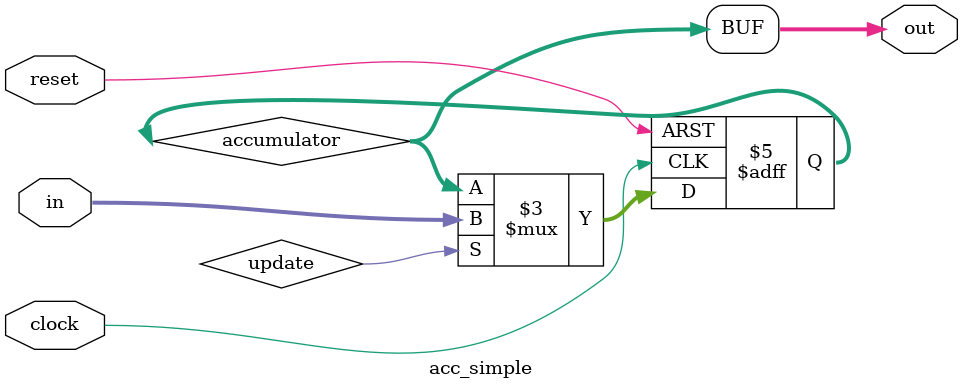
<source format=v>
/*******************************************************************************
** PROJECT:
** Final Project
** CSE 664 CSE 664 Introduction to System-on-Chip Design, Spring 2023
** Section M401, Dr. Mohammad Abdallah
**
** NAME: Accumulator
**
** DESCRIPTION:
** A register in which intermediate arithmetic logic unit results are stored.
** The 8-bit accumulator's output will grow when directed to update or
** the input receives the reset signal.
**
********************************************************************************
** VERSION HISTORY
**
**    Rev         Author              		Date
** -----------------------------------------------------------------------------
**    1.1         M. Pe�a           		17-June-2023
**                Input/memory control
**
**    1.0         M. Pe�a           		01-June-2023
**                Initial version, no input control or overflow logic
**
*******************************************************************************/

`timescale 1ns / 1ps

/*******************************************************************************
**
** v1.1
**
*******************************************************************************/
// Description
//! A register in which intermediate arithmetic logic unit results are stored. 
//! This simple 8-bit accumulator's output will continuously grow by increments of the input until reset. 
//! 
//! Note - Overflow is not handled

module acc (
	output [7 : 0] out, //! Value stored in the register, to be returned to ALU.
	input [7 : 0] in, //! Value (from ALU) to increment current register value by.
	input update, //! Signal (active high) to update the register value by "in"'s value.
	input clock, //! Clock signal and posedge triggered.
	input reset //! Signal (active high) to clear register value and set value stored back to 0.
	);

// ----- Accumulator -----
	reg [7 : 0] accumulator = 8'b00000000;	// Temporary storage for accumulator output


// Increments output by input at rising edge of clock.
// If reset is high then clear output. 

always @(posedge clock or posedge reset)	// at posedge of clock or reset=1
begin
	if (reset)				// if reset = 1
		accumulator <= 0;		// reset accumulator to 0
	else if (update)
		accumulator <= accumulator + in; // store value in accumulator if change bit = 1
end
	assign out = accumulator; 		// send value back to ALU
endmodule

/*******************************************************************************
**
** v1.0
**
*******************************************************************************/

module acc_simple (
	output [7 : 0] out, //! Value stored in the register, to be returned to ALU.
	input [7 : 0] in, //! Value (from ALU) to increment current register value by.
	input clock, //! Clock signal (posedge triggered).
	input reset //! Signal (active high) to clear register value and set value stored back to 0.
	);

// ----- Accumulator -----
	reg [7 : 0] accumulator = 8'b00000000;	// Temporary storage for accumulator output


// Increments output by input at rising edge of clock.
// If reset is high then clear output. 

always @(posedge clock or posedge reset)	// at posedge of clock or reset=1

begin

#15 // delay to let ctrl signal propagate / write ALU result to ACC
	if (reset)				// if reset = 1
		accumulator <= 0;		// reset accumulator to 0
	else if (update)
		accumulator <= in; // store value in accumulator if change bit = 1
end


	assign #3 out = accumulator; 		// send value back to ALU, delay 3 ns to read
	
	
endmodule





</source>
